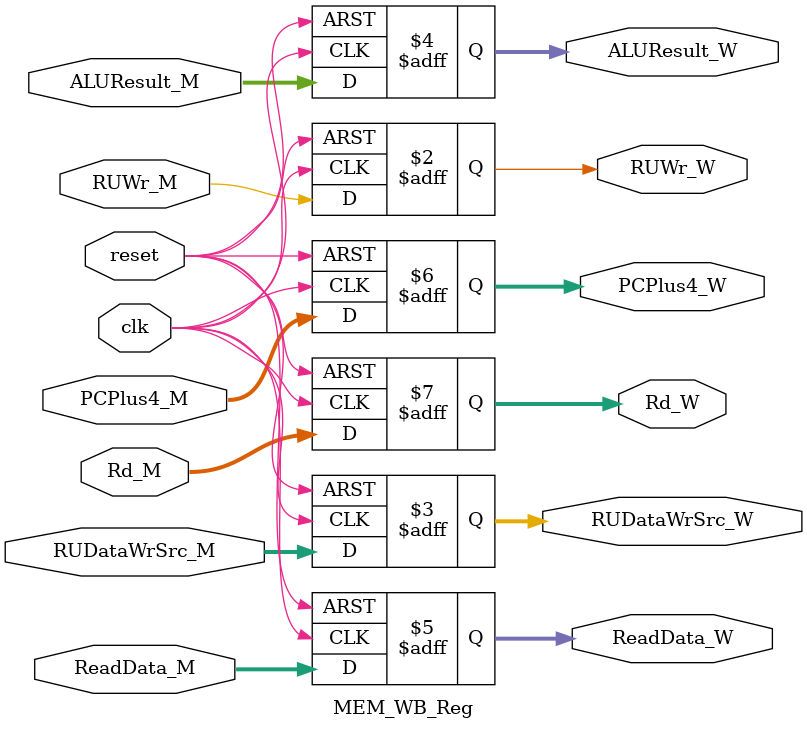
<source format=sv>
module IF_ID_Reg (
    input logic clk,
    input logic reset,
    input logic en, // Enable for stalling (Hazard Unit)
    input logic clr, // Flush for branching
    input logic [31:0] PC_F,
    input logic [31:0] Instr_F,
    input logic [31:0] PCPlus4_F,
    output logic [31:0] PC_D,
    output logic [31:0] Instr_D,
    output logic [31:0] PCPlus4_D
);
    always_ff @(posedge clk or posedge reset) begin
        if (reset) begin
            PC_D <= 0;
            Instr_D <= 0;
            PCPlus4_D <= 0;
        end else if (clr) begin
            PC_D <= 0;
            Instr_D <= 0;
            PCPlus4_D <= 0;
        end else if (en) begin
            PC_D <= PC_F;
            Instr_D <= Instr_F;
            PCPlus4_D <= PCPlus4_F;
        end
    end
endmodule

module ID_EX_Reg (
    input logic clk,
    input logic reset,
    input logic clr, // Flush for branching
    // Control Signals
    input logic RUWr_D,
    input logic [1:0] RUDataWrSrc_D,
    input logic DMWr_D,
    input logic [2:0] DMCtrl_D,
    input logic ALUASrc_D,
    input logic ALUBSrc_D,
    input logic [3:0] ALUOp_D,
    input logic [4:0] BrOp_D, // Passed to EX for branch resolution
    // Data
    input logic [31:0] PC_D,
    input logic [31:0] RD1_D,
    input logic [31:0] RD2_D,
    input logic [31:0] ImmExt_D,
    input logic [31:0] PCPlus4_D,
    input logic [4:0] Rs1_D,
    input logic [4:0] Rs2_D,
    input logic [4:0] Rd_D,
    
    // Outputs
    output logic RUWr_E,
    output logic [1:0] RUDataWrSrc_E,
    output logic DMWr_E,
    output logic [2:0] DMCtrl_E,
    output logic ALUASrc_E,
    output logic ALUBSrc_E,
    output logic [3:0] ALUOp_E,
    output logic [4:0] BrOp_E,
    
    output logic [31:0] PC_E,
    output logic [31:0] RD1_E,
    output logic [31:0] RD2_E,
    output logic [31:0] ImmExt_E,
    output logic [31:0] PCPlus4_E,
    output logic [4:0] Rs1_E,
    output logic [4:0] Rs2_E,
    output logic [4:0] Rd_E
);
    always_ff @(posedge clk or posedge reset) begin
        if (reset || clr) begin
            RUWr_E <= 0;
            RUDataWrSrc_E <= 0;
            DMWr_E <= 0;
            DMCtrl_E <= 0;
            ALUASrc_E <= 0;
            ALUBSrc_E <= 0;
            ALUOp_E <= 0;
            BrOp_E <= 0;
            PC_E <= 0;
            RD1_E <= 0;
            RD2_E <= 0;
            ImmExt_E <= 0;
            PCPlus4_E <= 0;
            Rs1_E <= 0;
            Rs2_E <= 0;
            Rd_E <= 0;
        end else begin
            RUWr_E <= RUWr_D;
            RUDataWrSrc_E <= RUDataWrSrc_D;
            DMWr_E <= DMWr_D;
            DMCtrl_E <= DMCtrl_D;
            ALUASrc_E <= ALUASrc_D;
            ALUBSrc_E <= ALUBSrc_D;
            ALUOp_E <= ALUOp_D;
            BrOp_E <= BrOp_D;
            PC_E <= PC_D;
            RD1_E <= RD1_D;
            RD2_E <= RD2_D;
            ImmExt_E <= ImmExt_D;
            PCPlus4_E <= PCPlus4_D;
            Rs1_E <= Rs1_D;
            Rs2_E <= Rs2_D;
            Rd_E <= Rd_D;
        end
    end
endmodule

module EX_MEM_Reg (
    input logic clk,
    input logic reset,
    // Control Signals
    input logic RUWr_E,
    input logic [1:0] RUDataWrSrc_E,
    input logic DMWr_E,
    input logic [2:0] DMCtrl_E,
    // Data
    input logic [31:0] ALUResult_E,
    input logic [31:0] WriteData_E, // RD2 forwarded
    input logic [31:0] PCPlus4_E,
    input logic [4:0] Rd_E,
    
    // Outputs
    output logic RUWr_M,
    output logic [1:0] RUDataWrSrc_M,
    output logic DMWr_M,
    output logic [2:0] DMCtrl_M,
    
    output logic [31:0] ALUResult_M,
    output logic [31:0] WriteData_M,
    output logic [31:0] PCPlus4_M,
    output logic [4:0] Rd_M
);
    always_ff @(posedge clk or posedge reset) begin
        if (reset) begin
            RUWr_M <= 0;
            RUDataWrSrc_M <= 0;
            DMWr_M <= 0;
            DMCtrl_M <= 0;
            ALUResult_M <= 0;
            WriteData_M <= 0;
            PCPlus4_M <= 0;
            Rd_M <= 0;
        end else begin
            RUWr_M <= RUWr_E;
            RUDataWrSrc_M <= RUDataWrSrc_E;
            DMWr_M <= DMWr_E;
            DMCtrl_M <= DMCtrl_E;
            ALUResult_M <= ALUResult_E;
            WriteData_M <= WriteData_E;
            PCPlus4_M <= PCPlus4_E;
            Rd_M <= Rd_E;
        end
    end
endmodule

module MEM_WB_Reg (
    input logic clk,
    input logic reset,
    // Control Signals
    input logic RUWr_M,
    input logic [1:0] RUDataWrSrc_M,
    // Data
    input logic [31:0] ALUResult_M,
    input logic [31:0] ReadData_M,
    input logic [31:0] PCPlus4_M,
    input logic [4:0] Rd_M,
    
    // Outputs
    output logic RUWr_W,
    output logic [1:0] RUDataWrSrc_W,
    
    output logic [31:0] ALUResult_W,
    output logic [31:0] ReadData_W,
    output logic [31:0] PCPlus4_W,
    output logic [4:0] Rd_W
);
    always_ff @(posedge clk or posedge reset) begin
        if (reset) begin
            RUWr_W <= 0;
            RUDataWrSrc_W <= 0;
            ALUResult_W <= 0;
            ReadData_W <= 0;
            PCPlus4_W <= 0;
            Rd_W <= 0;
        end else begin
            RUWr_W <= RUWr_M;
            RUDataWrSrc_W <= RUDataWrSrc_M;
            ALUResult_W <= ALUResult_M;
            ReadData_W <= ReadData_M;
            PCPlus4_W <= PCPlus4_M;
            Rd_W <= Rd_M;
        end
    end
endmodule

</source>
